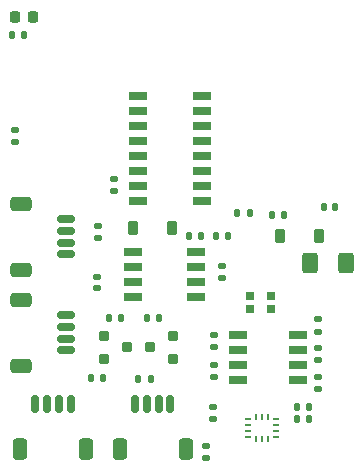
<source format=gbr>
%TF.GenerationSoftware,KiCad,Pcbnew,8.0.4*%
%TF.CreationDate,2025-02-11T21:16:31-05:00*%
%TF.ProjectId,DC_ESP32_Motor_Board_CAN,44435f45-5350-4333-925f-4d6f746f725f,rev?*%
%TF.SameCoordinates,Original*%
%TF.FileFunction,Paste,Top*%
%TF.FilePolarity,Positive*%
%FSLAX46Y46*%
G04 Gerber Fmt 4.6, Leading zero omitted, Abs format (unit mm)*
G04 Created by KiCad (PCBNEW 8.0.4) date 2025-02-11 21:16:31*
%MOMM*%
%LPD*%
G01*
G04 APERTURE LIST*
G04 Aperture macros list*
%AMRoundRect*
0 Rectangle with rounded corners*
0 $1 Rounding radius*
0 $2 $3 $4 $5 $6 $7 $8 $9 X,Y pos of 4 corners*
0 Add a 4 corners polygon primitive as box body*
4,1,4,$2,$3,$4,$5,$6,$7,$8,$9,$2,$3,0*
0 Add four circle primitives for the rounded corners*
1,1,$1+$1,$2,$3*
1,1,$1+$1,$4,$5*
1,1,$1+$1,$6,$7*
1,1,$1+$1,$8,$9*
0 Add four rect primitives between the rounded corners*
20,1,$1+$1,$2,$3,$4,$5,0*
20,1,$1+$1,$4,$5,$6,$7,0*
20,1,$1+$1,$6,$7,$8,$9,0*
20,1,$1+$1,$8,$9,$2,$3,0*%
G04 Aperture macros list end*
%ADD10RoundRect,0.135000X-0.185000X0.135000X-0.185000X-0.135000X0.185000X-0.135000X0.185000X0.135000X0*%
%ADD11RoundRect,0.135000X-0.135000X-0.185000X0.135000X-0.185000X0.135000X0.185000X-0.135000X0.185000X0*%
%ADD12RoundRect,0.150000X-0.150000X-0.625000X0.150000X-0.625000X0.150000X0.625000X-0.150000X0.625000X0*%
%ADD13RoundRect,0.250000X-0.350000X-0.650000X0.350000X-0.650000X0.350000X0.650000X-0.350000X0.650000X0*%
%ADD14RoundRect,0.135000X0.135000X0.185000X-0.135000X0.185000X-0.135000X-0.185000X0.135000X-0.185000X0*%
%ADD15RoundRect,0.135000X0.185000X-0.135000X0.185000X0.135000X-0.185000X0.135000X-0.185000X-0.135000X0*%
%ADD16RoundRect,0.200000X-0.250000X-0.200000X0.250000X-0.200000X0.250000X0.200000X-0.250000X0.200000X0*%
%ADD17RoundRect,0.140000X-0.170000X0.140000X-0.170000X-0.140000X0.170000X-0.140000X0.170000X0.140000X0*%
%ADD18RoundRect,0.250000X-0.400000X-0.625000X0.400000X-0.625000X0.400000X0.625000X-0.400000X0.625000X0*%
%ADD19R,0.475000X0.250000*%
%ADD20R,0.250000X0.475000*%
%ADD21RoundRect,0.150000X-0.625000X0.150000X-0.625000X-0.150000X0.625000X-0.150000X0.625000X0.150000X0*%
%ADD22RoundRect,0.250000X-0.650000X0.350000X-0.650000X-0.350000X0.650000X-0.350000X0.650000X0.350000X0*%
%ADD23R,1.525000X0.650000*%
%ADD24RoundRect,0.225000X0.225000X0.375000X-0.225000X0.375000X-0.225000X-0.375000X0.225000X-0.375000X0*%
%ADD25RoundRect,0.218750X-0.218750X-0.256250X0.218750X-0.256250X0.218750X0.256250X-0.218750X0.256250X0*%
%ADD26RoundRect,0.200000X0.250000X0.200000X-0.250000X0.200000X-0.250000X-0.200000X0.250000X-0.200000X0*%
%ADD27R,1.500000X0.650000*%
%ADD28RoundRect,0.140000X0.170000X-0.140000X0.170000X0.140000X-0.170000X0.140000X-0.170000X-0.140000X0*%
%ADD29RoundRect,0.140000X0.140000X0.170000X-0.140000X0.170000X-0.140000X-0.170000X0.140000X-0.170000X0*%
%ADD30RoundRect,0.140000X-0.140000X-0.170000X0.140000X-0.170000X0.140000X0.170000X-0.140000X0.170000X0*%
%ADD31R,1.600000X0.760000*%
%ADD32R,0.700000X0.700000*%
G04 APERTURE END LIST*
D10*
%TO.C,R13*%
X103759000Y-88261000D03*
X103759000Y-89281000D03*
%TD*%
D11*
%TO.C,R4*%
X99845400Y-79400400D03*
X100865400Y-79400400D03*
%TD*%
D12*
%TO.C,J5*%
X79850200Y-95388200D03*
X80850200Y-95388200D03*
X81850200Y-95388200D03*
X82850200Y-95388200D03*
D13*
X78550200Y-99263200D03*
X84150200Y-99263200D03*
%TD*%
D14*
%TO.C,R9*%
X85602000Y-93243400D03*
X84582000Y-93243400D03*
%TD*%
D15*
%TO.C,R11*%
X103759000Y-94161800D03*
X103759000Y-93141800D03*
%TD*%
D14*
%TO.C,R2*%
X93903800Y-81153000D03*
X92883800Y-81153000D03*
%TD*%
D16*
%TO.C,Q2*%
X85630000Y-89682200D03*
X85630000Y-91582200D03*
X87630000Y-90632200D03*
%TD*%
D17*
%TO.C,C2*%
X86512400Y-76403200D03*
X86512400Y-77363200D03*
%TD*%
D15*
%TO.C,R17*%
X78105000Y-73255600D03*
X78105000Y-72235600D03*
%TD*%
D18*
%TO.C,R6*%
X103072599Y-83489800D03*
X106172601Y-83489800D03*
%TD*%
D19*
%TO.C,IC3*%
X97863600Y-96707400D03*
X97863600Y-97207400D03*
X97863600Y-97707400D03*
X97863600Y-98207400D03*
D20*
X98526600Y-98369400D03*
X99026600Y-98369400D03*
X99526600Y-98369400D03*
D19*
X100189600Y-98207400D03*
X100189600Y-97707400D03*
X100189600Y-97207400D03*
X100189600Y-96707400D03*
D20*
X99526600Y-96545400D03*
X99026600Y-96545400D03*
X98526600Y-96545400D03*
%TD*%
D11*
%TO.C,R14*%
X88569800Y-93319600D03*
X89589800Y-93319600D03*
%TD*%
D21*
%TO.C,J2*%
X82473800Y-79750000D03*
X82473800Y-80750000D03*
X82473800Y-81750000D03*
X82473800Y-82750000D03*
D22*
X78598800Y-78450000D03*
X78598800Y-84050000D03*
%TD*%
D14*
%TO.C,R16*%
X78867000Y-64135000D03*
X77847000Y-64135000D03*
%TD*%
D23*
%TO.C,IC1*%
X88556000Y-69342000D03*
X88555999Y-70612000D03*
X88556000Y-71882000D03*
X88556000Y-73152000D03*
X88556000Y-74422000D03*
X88556000Y-75692000D03*
X88555998Y-76962000D03*
X88556000Y-78232000D03*
X93980000Y-78232000D03*
X93980001Y-76962000D03*
X93980000Y-75692000D03*
X93980000Y-74422000D03*
X93980000Y-73152000D03*
X93980000Y-71882000D03*
X93980002Y-70612000D03*
X93980000Y-69342000D03*
%TD*%
D24*
%TO.C,DZ1*%
X103833200Y-81229200D03*
X100533200Y-81229200D03*
%TD*%
D25*
%TO.C,D1*%
X78079600Y-62611000D03*
X79654600Y-62611000D03*
%TD*%
D14*
%TO.C,R3*%
X96143000Y-81153000D03*
X95123000Y-81153000D03*
%TD*%
D15*
%TO.C,R1*%
X103759000Y-91696000D03*
X103759000Y-90676000D03*
%TD*%
D14*
%TO.C,R8*%
X87096600Y-88163400D03*
X86076600Y-88163400D03*
%TD*%
D26*
%TO.C,Q1*%
X91516200Y-91567000D03*
X91516200Y-89667000D03*
X89516200Y-90617000D03*
%TD*%
D27*
%TO.C,IC2*%
X93479600Y-86349800D03*
X93479600Y-85079800D03*
X93479600Y-83809800D03*
X93479600Y-82539800D03*
X88079600Y-82539800D03*
X88079600Y-83809800D03*
X88079600Y-85079800D03*
X88079600Y-86349800D03*
%TD*%
D15*
%TO.C,R18*%
X94259400Y-99950999D03*
X94259400Y-98931001D03*
%TD*%
D28*
%TO.C,C7*%
X94843600Y-96644400D03*
X94843600Y-95684400D03*
%TD*%
D29*
%TO.C,C8*%
X102969000Y-96647000D03*
X102009000Y-96647000D03*
%TD*%
D15*
%TO.C,R12*%
X94970600Y-93116400D03*
X94970600Y-92096400D03*
%TD*%
D11*
%TO.C,R5*%
X96949800Y-79248000D03*
X97969800Y-79248000D03*
%TD*%
D14*
%TO.C,R7*%
X90324400Y-88138000D03*
X89304400Y-88138000D03*
%TD*%
D17*
%TO.C,C4*%
X85140800Y-80368200D03*
X85140800Y-81328200D03*
%TD*%
%TO.C,C6*%
X95605600Y-83749000D03*
X95605600Y-84709000D03*
%TD*%
D21*
%TO.C,J1*%
X82473800Y-87878000D03*
X82473800Y-88878000D03*
X82473800Y-89878000D03*
X82473800Y-90878000D03*
D22*
X78598800Y-86578000D03*
X78598800Y-92178000D03*
%TD*%
D11*
%TO.C,R15*%
X101979001Y-95631000D03*
X102998999Y-95631000D03*
%TD*%
D17*
%TO.C,C5*%
X85039200Y-84671000D03*
X85039200Y-85631000D03*
%TD*%
D12*
%TO.C,J6*%
X88269600Y-95388200D03*
X89269600Y-95388200D03*
X90269600Y-95388200D03*
X91269600Y-95388200D03*
D13*
X86969600Y-99263200D03*
X92569600Y-99263200D03*
%TD*%
D15*
%TO.C,R10*%
X94970600Y-90574400D03*
X94970600Y-89554400D03*
%TD*%
D30*
%TO.C,C3*%
X104269600Y-78714600D03*
X105229600Y-78714600D03*
%TD*%
D31*
%TO.C,SW1*%
X97002600Y-89535000D03*
X97002600Y-90805000D03*
X97002600Y-92075000D03*
X97002600Y-93345000D03*
X102082600Y-93345000D03*
X102082600Y-92075000D03*
X102082600Y-90805000D03*
X102082600Y-89535000D03*
%TD*%
D32*
%TO.C,LED1*%
X97992000Y-86276000D03*
X97992000Y-87376000D03*
X99822000Y-87376000D03*
X99822000Y-86276000D03*
%TD*%
D24*
%TO.C,D2*%
X91440000Y-80518000D03*
X88140000Y-80518000D03*
%TD*%
M02*

</source>
